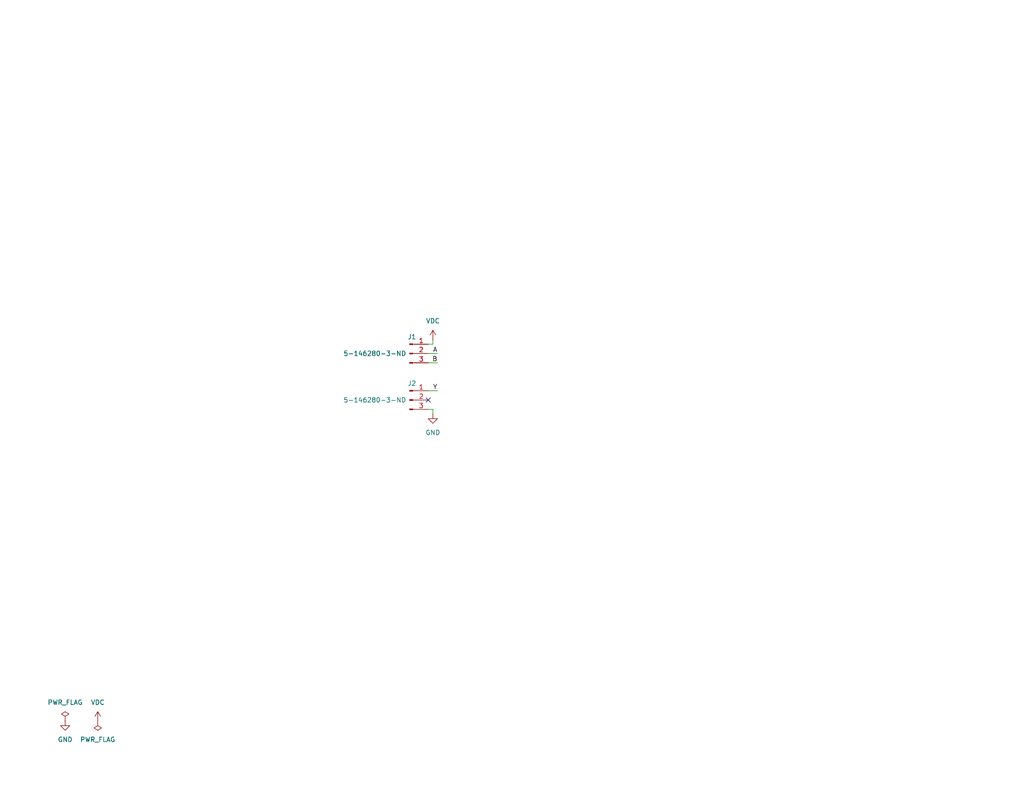
<source format=kicad_sch>
(kicad_sch
	(version 20250114)
	(generator "eeschema")
	(generator_version "9.0")
	(uuid "25fa83cc-4770-4c7f-8212-98fcdf871dd7")
	(paper "USLetter")
	(title_block
		(title "NOR")
		(date "2025-03-26")
		(rev "1")
	)
	(lib_symbols
		(symbol "Connector:Conn_01x03_Pin"
			(pin_names
				(offset 1.016)
				(hide yes)
			)
			(exclude_from_sim no)
			(in_bom yes)
			(on_board yes)
			(property "Reference" "J"
				(at 0 5.08 0)
				(effects
					(font
						(size 1.27 1.27)
					)
				)
			)
			(property "Value" "Conn_01x03_Pin"
				(at 0 -5.08 0)
				(effects
					(font
						(size 1.27 1.27)
					)
				)
			)
			(property "Footprint" ""
				(at 0 0 0)
				(effects
					(font
						(size 1.27 1.27)
					)
					(hide yes)
				)
			)
			(property "Datasheet" "~"
				(at 0 0 0)
				(effects
					(font
						(size 1.27 1.27)
					)
					(hide yes)
				)
			)
			(property "Description" "Generic connector, single row, 01x03, script generated"
				(at 0 0 0)
				(effects
					(font
						(size 1.27 1.27)
					)
					(hide yes)
				)
			)
			(property "ki_locked" ""
				(at 0 0 0)
				(effects
					(font
						(size 1.27 1.27)
					)
				)
			)
			(property "ki_keywords" "connector"
				(at 0 0 0)
				(effects
					(font
						(size 1.27 1.27)
					)
					(hide yes)
				)
			)
			(property "ki_fp_filters" "Connector*:*_1x??_*"
				(at 0 0 0)
				(effects
					(font
						(size 1.27 1.27)
					)
					(hide yes)
				)
			)
			(symbol "Conn_01x03_Pin_1_1"
				(rectangle
					(start 0.8636 2.667)
					(end 0 2.413)
					(stroke
						(width 0.1524)
						(type default)
					)
					(fill
						(type outline)
					)
				)
				(rectangle
					(start 0.8636 0.127)
					(end 0 -0.127)
					(stroke
						(width 0.1524)
						(type default)
					)
					(fill
						(type outline)
					)
				)
				(rectangle
					(start 0.8636 -2.413)
					(end 0 -2.667)
					(stroke
						(width 0.1524)
						(type default)
					)
					(fill
						(type outline)
					)
				)
				(polyline
					(pts
						(xy 1.27 2.54) (xy 0.8636 2.54)
					)
					(stroke
						(width 0.1524)
						(type default)
					)
					(fill
						(type none)
					)
				)
				(polyline
					(pts
						(xy 1.27 0) (xy 0.8636 0)
					)
					(stroke
						(width 0.1524)
						(type default)
					)
					(fill
						(type none)
					)
				)
				(polyline
					(pts
						(xy 1.27 -2.54) (xy 0.8636 -2.54)
					)
					(stroke
						(width 0.1524)
						(type default)
					)
					(fill
						(type none)
					)
				)
				(pin passive line
					(at 5.08 2.54 180)
					(length 3.81)
					(name "Pin_1"
						(effects
							(font
								(size 1.27 1.27)
							)
						)
					)
					(number "1"
						(effects
							(font
								(size 1.27 1.27)
							)
						)
					)
				)
				(pin passive line
					(at 5.08 0 180)
					(length 3.81)
					(name "Pin_2"
						(effects
							(font
								(size 1.27 1.27)
							)
						)
					)
					(number "2"
						(effects
							(font
								(size 1.27 1.27)
							)
						)
					)
				)
				(pin passive line
					(at 5.08 -2.54 180)
					(length 3.81)
					(name "Pin_3"
						(effects
							(font
								(size 1.27 1.27)
							)
						)
					)
					(number "3"
						(effects
							(font
								(size 1.27 1.27)
							)
						)
					)
				)
			)
			(embedded_fonts no)
		)
		(symbol "power:GND"
			(power)
			(pin_numbers
				(hide yes)
			)
			(pin_names
				(offset 0)
				(hide yes)
			)
			(exclude_from_sim no)
			(in_bom yes)
			(on_board yes)
			(property "Reference" "#PWR"
				(at 0 -6.35 0)
				(effects
					(font
						(size 1.27 1.27)
					)
					(hide yes)
				)
			)
			(property "Value" "GND"
				(at 0 -3.81 0)
				(effects
					(font
						(size 1.27 1.27)
					)
				)
			)
			(property "Footprint" ""
				(at 0 0 0)
				(effects
					(font
						(size 1.27 1.27)
					)
					(hide yes)
				)
			)
			(property "Datasheet" ""
				(at 0 0 0)
				(effects
					(font
						(size 1.27 1.27)
					)
					(hide yes)
				)
			)
			(property "Description" "Power symbol creates a global label with name \"GND\" , ground"
				(at 0 0 0)
				(effects
					(font
						(size 1.27 1.27)
					)
					(hide yes)
				)
			)
			(property "ki_keywords" "global power"
				(at 0 0 0)
				(effects
					(font
						(size 1.27 1.27)
					)
					(hide yes)
				)
			)
			(symbol "GND_0_1"
				(polyline
					(pts
						(xy 0 0) (xy 0 -1.27) (xy 1.27 -1.27) (xy 0 -2.54) (xy -1.27 -1.27) (xy 0 -1.27)
					)
					(stroke
						(width 0)
						(type default)
					)
					(fill
						(type none)
					)
				)
			)
			(symbol "GND_1_1"
				(pin power_in line
					(at 0 0 270)
					(length 0)
					(name "~"
						(effects
							(font
								(size 1.27 1.27)
							)
						)
					)
					(number "1"
						(effects
							(font
								(size 1.27 1.27)
							)
						)
					)
				)
			)
			(embedded_fonts no)
		)
		(symbol "power:PWR_FLAG"
			(power)
			(pin_numbers
				(hide yes)
			)
			(pin_names
				(offset 0)
				(hide yes)
			)
			(exclude_from_sim no)
			(in_bom yes)
			(on_board yes)
			(property "Reference" "#FLG"
				(at 0 1.905 0)
				(effects
					(font
						(size 1.27 1.27)
					)
					(hide yes)
				)
			)
			(property "Value" "PWR_FLAG"
				(at 0 3.81 0)
				(effects
					(font
						(size 1.27 1.27)
					)
				)
			)
			(property "Footprint" ""
				(at 0 0 0)
				(effects
					(font
						(size 1.27 1.27)
					)
					(hide yes)
				)
			)
			(property "Datasheet" "~"
				(at 0 0 0)
				(effects
					(font
						(size 1.27 1.27)
					)
					(hide yes)
				)
			)
			(property "Description" "Special symbol for telling ERC where power comes from"
				(at 0 0 0)
				(effects
					(font
						(size 1.27 1.27)
					)
					(hide yes)
				)
			)
			(property "ki_keywords" "flag power"
				(at 0 0 0)
				(effects
					(font
						(size 1.27 1.27)
					)
					(hide yes)
				)
			)
			(symbol "PWR_FLAG_0_0"
				(pin power_out line
					(at 0 0 90)
					(length 0)
					(name "~"
						(effects
							(font
								(size 1.27 1.27)
							)
						)
					)
					(number "1"
						(effects
							(font
								(size 1.27 1.27)
							)
						)
					)
				)
			)
			(symbol "PWR_FLAG_0_1"
				(polyline
					(pts
						(xy 0 0) (xy 0 1.27) (xy -1.016 1.905) (xy 0 2.54) (xy 1.016 1.905) (xy 0 1.27)
					)
					(stroke
						(width 0)
						(type default)
					)
					(fill
						(type none)
					)
				)
			)
			(embedded_fonts no)
		)
		(symbol "power:VDC"
			(power)
			(pin_numbers
				(hide yes)
			)
			(pin_names
				(offset 0)
				(hide yes)
			)
			(exclude_from_sim no)
			(in_bom yes)
			(on_board yes)
			(property "Reference" "#PWR"
				(at 0 -3.81 0)
				(effects
					(font
						(size 1.27 1.27)
					)
					(hide yes)
				)
			)
			(property "Value" "VDC"
				(at 0 3.556 0)
				(effects
					(font
						(size 1.27 1.27)
					)
				)
			)
			(property "Footprint" ""
				(at 0 0 0)
				(effects
					(font
						(size 1.27 1.27)
					)
					(hide yes)
				)
			)
			(property "Datasheet" ""
				(at 0 0 0)
				(effects
					(font
						(size 1.27 1.27)
					)
					(hide yes)
				)
			)
			(property "Description" "Power symbol creates a global label with name \"VDC\""
				(at 0 0 0)
				(effects
					(font
						(size 1.27 1.27)
					)
					(hide yes)
				)
			)
			(property "ki_keywords" "global power"
				(at 0 0 0)
				(effects
					(font
						(size 1.27 1.27)
					)
					(hide yes)
				)
			)
			(symbol "VDC_0_1"
				(polyline
					(pts
						(xy -0.762 1.27) (xy 0 2.54)
					)
					(stroke
						(width 0)
						(type default)
					)
					(fill
						(type none)
					)
				)
				(polyline
					(pts
						(xy 0 2.54) (xy 0.762 1.27)
					)
					(stroke
						(width 0)
						(type default)
					)
					(fill
						(type none)
					)
				)
				(polyline
					(pts
						(xy 0 0) (xy 0 2.54)
					)
					(stroke
						(width 0)
						(type default)
					)
					(fill
						(type none)
					)
				)
			)
			(symbol "VDC_1_1"
				(pin power_in line
					(at 0 0 90)
					(length 0)
					(name "~"
						(effects
							(font
								(size 1.27 1.27)
							)
						)
					)
					(number "1"
						(effects
							(font
								(size 1.27 1.27)
							)
						)
					)
				)
			)
			(embedded_fonts no)
		)
	)
	(no_connect
		(at 116.84 109.22)
		(uuid "54c36f18-f9e1-404d-89c4-3dd6b3b94e7e")
	)
	(wire
		(pts
			(xy 116.84 106.68) (xy 119.38 106.68)
		)
		(stroke
			(width 0)
			(type default)
		)
		(uuid "25cf89b6-35ff-4202-9000-3bd4e3927b96")
	)
	(wire
		(pts
			(xy 116.84 93.98) (xy 118.11 93.98)
		)
		(stroke
			(width 0)
			(type default)
		)
		(uuid "72d8eead-c3a1-4c1a-a836-fcffb41ca2e5")
	)
	(wire
		(pts
			(xy 118.11 111.76) (xy 118.11 113.03)
		)
		(stroke
			(width 0)
			(type default)
		)
		(uuid "79725fe9-1f02-4863-b834-371171cb2a95")
	)
	(wire
		(pts
			(xy 116.84 96.52) (xy 119.38 96.52)
		)
		(stroke
			(width 0)
			(type default)
		)
		(uuid "8c7c450f-5350-41a9-bb5d-da123e89baa3")
	)
	(wire
		(pts
			(xy 118.11 93.98) (xy 118.11 92.71)
		)
		(stroke
			(width 0)
			(type default)
		)
		(uuid "8d0eeb6f-e293-473c-b272-c6e24bf0522a")
	)
	(wire
		(pts
			(xy 116.84 99.06) (xy 119.38 99.06)
		)
		(stroke
			(width 0)
			(type default)
		)
		(uuid "be6236a7-6968-4678-bb68-825abb3e7477")
	)
	(wire
		(pts
			(xy 116.84 111.76) (xy 118.11 111.76)
		)
		(stroke
			(width 0)
			(type default)
		)
		(uuid "db91984c-0b90-4dfb-a2e8-2c897534f3a2")
	)
	(label "Y"
		(at 119.38 106.68 180)
		(effects
			(font
				(size 1.27 1.27)
			)
			(justify right bottom)
		)
		(uuid "25c9be3d-d365-44b0-8ff0-70f75ad01247")
	)
	(label "B"
		(at 119.38 99.06 180)
		(effects
			(font
				(size 1.27 1.27)
			)
			(justify right bottom)
		)
		(uuid "9aedea86-f215-462d-bbf5-d2d18351f27b")
	)
	(label "A"
		(at 119.38 96.52 180)
		(effects
			(font
				(size 1.27 1.27)
			)
			(justify right bottom)
		)
		(uuid "e426a4ff-e47f-4e25-82cf-11aad0521c5f")
	)
	(symbol
		(lib_id "power:GND")
		(at 17.78 196.85 0)
		(unit 1)
		(exclude_from_sim no)
		(in_bom yes)
		(on_board yes)
		(dnp no)
		(fields_autoplaced yes)
		(uuid "0c778047-cda1-4a44-964f-aa8072cfd3ad")
		(property "Reference" "#PWR01"
			(at 17.78 203.2 0)
			(effects
				(font
					(size 1.27 1.27)
				)
				(hide yes)
			)
		)
		(property "Value" "GND"
			(at 17.78 201.93 0)
			(effects
				(font
					(size 1.27 1.27)
				)
			)
		)
		(property "Footprint" ""
			(at 17.78 196.85 0)
			(effects
				(font
					(size 1.27 1.27)
				)
				(hide yes)
			)
		)
		(property "Datasheet" ""
			(at 17.78 196.85 0)
			(effects
				(font
					(size 1.27 1.27)
				)
				(hide yes)
			)
		)
		(property "Description" "Power symbol creates a global label with name \"GND\" , ground"
			(at 17.78 196.85 0)
			(effects
				(font
					(size 1.27 1.27)
				)
				(hide yes)
			)
		)
		(pin "1"
			(uuid "cb3a44a7-5795-40de-909e-6b768e9db5ed")
		)
		(instances
			(project ""
				(path "/25fa83cc-4770-4c7f-8212-98fcdf871dd7"
					(reference "#PWR01")
					(unit 1)
				)
			)
		)
	)
	(symbol
		(lib_id "power:VDC")
		(at 118.11 92.71 0)
		(unit 1)
		(exclude_from_sim no)
		(in_bom yes)
		(on_board yes)
		(dnp no)
		(fields_autoplaced yes)
		(uuid "149515ee-c9d9-44d6-9b93-ebdd0984410d")
		(property "Reference" "#PWR03"
			(at 118.11 96.52 0)
			(effects
				(font
					(size 1.27 1.27)
				)
				(hide yes)
			)
		)
		(property "Value" "VDC"
			(at 118.11 87.63 0)
			(effects
				(font
					(size 1.27 1.27)
				)
			)
		)
		(property "Footprint" ""
			(at 118.11 92.71 0)
			(effects
				(font
					(size 1.27 1.27)
				)
				(hide yes)
			)
		)
		(property "Datasheet" ""
			(at 118.11 92.71 0)
			(effects
				(font
					(size 1.27 1.27)
				)
				(hide yes)
			)
		)
		(property "Description" "Power symbol creates a global label with name \"VDC\""
			(at 118.11 92.71 0)
			(effects
				(font
					(size 1.27 1.27)
				)
				(hide yes)
			)
		)
		(pin "1"
			(uuid "8fb06ceb-8122-4ed6-bd24-725e5c3b7dba")
		)
		(instances
			(project "NOR"
				(path "/25fa83cc-4770-4c7f-8212-98fcdf871dd7"
					(reference "#PWR03")
					(unit 1)
				)
			)
		)
	)
	(symbol
		(lib_id "power:GND")
		(at 118.11 113.03 0)
		(unit 1)
		(exclude_from_sim no)
		(in_bom yes)
		(on_board yes)
		(dnp no)
		(fields_autoplaced yes)
		(uuid "43626e90-af4e-4501-b308-9ab9ec30e6eb")
		(property "Reference" "#PWR04"
			(at 118.11 119.38 0)
			(effects
				(font
					(size 1.27 1.27)
				)
				(hide yes)
			)
		)
		(property "Value" "GND"
			(at 118.11 118.11 0)
			(effects
				(font
					(size 1.27 1.27)
				)
			)
		)
		(property "Footprint" ""
			(at 118.11 113.03 0)
			(effects
				(font
					(size 1.27 1.27)
				)
				(hide yes)
			)
		)
		(property "Datasheet" ""
			(at 118.11 113.03 0)
			(effects
				(font
					(size 1.27 1.27)
				)
				(hide yes)
			)
		)
		(property "Description" "Power symbol creates a global label with name \"GND\" , ground"
			(at 118.11 113.03 0)
			(effects
				(font
					(size 1.27 1.27)
				)
				(hide yes)
			)
		)
		(pin "1"
			(uuid "c7b12e6f-c187-4857-aca4-20b8a8856398")
		)
		(instances
			(project "NOR"
				(path "/25fa83cc-4770-4c7f-8212-98fcdf871dd7"
					(reference "#PWR04")
					(unit 1)
				)
			)
		)
	)
	(symbol
		(lib_id "power:PWR_FLAG")
		(at 26.67 196.85 180)
		(unit 1)
		(exclude_from_sim no)
		(in_bom yes)
		(on_board yes)
		(dnp no)
		(fields_autoplaced yes)
		(uuid "73ead60b-9bb0-4315-afde-b46ce3cd7a5c")
		(property "Reference" "#FLG02"
			(at 26.67 198.755 0)
			(effects
				(font
					(size 1.27 1.27)
				)
				(hide yes)
			)
		)
		(property "Value" "PWR_FLAG"
			(at 26.67 201.93 0)
			(effects
				(font
					(size 1.27 1.27)
				)
			)
		)
		(property "Footprint" ""
			(at 26.67 196.85 0)
			(effects
				(font
					(size 1.27 1.27)
				)
				(hide yes)
			)
		)
		(property "Datasheet" "~"
			(at 26.67 196.85 0)
			(effects
				(font
					(size 1.27 1.27)
				)
				(hide yes)
			)
		)
		(property "Description" "Special symbol for telling ERC where power comes from"
			(at 26.67 196.85 0)
			(effects
				(font
					(size 1.27 1.27)
				)
				(hide yes)
			)
		)
		(pin "1"
			(uuid "1373b75a-55fa-49ff-8091-3335bc58fb1a")
		)
		(instances
			(project ""
				(path "/25fa83cc-4770-4c7f-8212-98fcdf871dd7"
					(reference "#FLG02")
					(unit 1)
				)
			)
		)
	)
	(symbol
		(lib_id "power:PWR_FLAG")
		(at 17.78 196.85 0)
		(unit 1)
		(exclude_from_sim no)
		(in_bom yes)
		(on_board yes)
		(dnp no)
		(fields_autoplaced yes)
		(uuid "85f8903a-5da1-4208-b567-f6932c2512a3")
		(property "Reference" "#FLG01"
			(at 17.78 194.945 0)
			(effects
				(font
					(size 1.27 1.27)
				)
				(hide yes)
			)
		)
		(property "Value" "PWR_FLAG"
			(at 17.78 191.77 0)
			(effects
				(font
					(size 1.27 1.27)
				)
			)
		)
		(property "Footprint" ""
			(at 17.78 196.85 0)
			(effects
				(font
					(size 1.27 1.27)
				)
				(hide yes)
			)
		)
		(property "Datasheet" "~"
			(at 17.78 196.85 0)
			(effects
				(font
					(size 1.27 1.27)
				)
				(hide yes)
			)
		)
		(property "Description" "Special symbol for telling ERC where power comes from"
			(at 17.78 196.85 0)
			(effects
				(font
					(size 1.27 1.27)
				)
				(hide yes)
			)
		)
		(pin "1"
			(uuid "77dd4d3e-c212-4613-b13f-77e570d76f0a")
		)
		(instances
			(project ""
				(path "/25fa83cc-4770-4c7f-8212-98fcdf871dd7"
					(reference "#FLG01")
					(unit 1)
				)
			)
		)
	)
	(symbol
		(lib_id "Connector:Conn_01x03_Pin")
		(at 111.76 96.52 0)
		(unit 1)
		(exclude_from_sim no)
		(in_bom yes)
		(on_board yes)
		(dnp no)
		(uuid "b94c26e0-a891-48c4-9082-abb13f8dcc01")
		(property "Reference" "J1"
			(at 112.395 92.71 0)
			(effects
				(font
					(size 1.27 1.27)
				)
				(justify bottom)
			)
		)
		(property "Value" "5-146280-3-ND"
			(at 110.871 96.52 0)
			(effects
				(font
					(size 1.27 1.27)
				)
				(justify right)
			)
		)
		(property "Footprint" "Logic:PinHeader_1x03_P2.54mm_Vertical_Top"
			(at 111.76 96.52 0)
			(effects
				(font
					(size 1.27 1.27)
				)
				(hide yes)
			)
		)
		(property "Datasheet" "https://www.te.com/usa-en/product-5-146280-3.datasheet.pdf"
			(at 111.76 96.52 0)
			(effects
				(font
					(size 1.27 1.27)
				)
				(hide yes)
			)
		)
		(property "Description" "Connector Header Through Hole 3 position 0.100\" (2.54mm)"
			(at 111.76 96.52 0)
			(effects
				(font
					(size 1.27 1.27)
				)
				(hide yes)
			)
		)
		(pin "3"
			(uuid "3013ae4e-8171-4a2a-9f8a-f434effe6527")
		)
		(pin "1"
			(uuid "9b411202-e04f-4546-b487-5f74dbc5d0e4")
		)
		(pin "2"
			(uuid "fd880e2b-f58f-4efa-9543-7000108d35f0")
		)
		(instances
			(project ""
				(path "/25fa83cc-4770-4c7f-8212-98fcdf871dd7"
					(reference "J1")
					(unit 1)
				)
			)
		)
	)
	(symbol
		(lib_id "Connector:Conn_01x03_Pin")
		(at 111.76 109.22 0)
		(unit 1)
		(exclude_from_sim no)
		(in_bom yes)
		(on_board yes)
		(dnp no)
		(uuid "ba0d94aa-cd86-45a1-87db-a5634104f919")
		(property "Reference" "J2"
			(at 112.395 105.41 0)
			(effects
				(font
					(size 1.27 1.27)
				)
				(justify bottom)
			)
		)
		(property "Value" "5-146280-3-ND"
			(at 110.871 109.22 0)
			(effects
				(font
					(size 1.27 1.27)
				)
				(justify right)
			)
		)
		(property "Footprint" "Logic:PinHeader_1x03_P2.54mm_Vertical_Top"
			(at 111.76 109.22 0)
			(effects
				(font
					(size 1.27 1.27)
				)
				(hide yes)
			)
		)
		(property "Datasheet" "https://www.te.com/usa-en/product-5-146280-3.datasheet.pdf"
			(at 111.76 109.22 0)
			(effects
				(font
					(size 1.27 1.27)
				)
				(hide yes)
			)
		)
		(property "Description" "Connector Header Through Hole 3 position 0.100\" (2.54mm)"
			(at 111.76 109.22 0)
			(effects
				(font
					(size 1.27 1.27)
				)
				(hide yes)
			)
		)
		(pin "3"
			(uuid "b1a45cfe-2e0e-4852-8a91-9dac908c8667")
		)
		(pin "1"
			(uuid "d36a1805-65f1-4e7f-906f-120191d8cfac")
		)
		(pin "2"
			(uuid "1a09ce85-6c47-4e2d-8a55-4fc2cc1cfab5")
		)
		(instances
			(project "NOR"
				(path "/25fa83cc-4770-4c7f-8212-98fcdf871dd7"
					(reference "J2")
					(unit 1)
				)
			)
		)
	)
	(symbol
		(lib_id "power:VDC")
		(at 26.67 196.85 0)
		(unit 1)
		(exclude_from_sim no)
		(in_bom yes)
		(on_board yes)
		(dnp no)
		(fields_autoplaced yes)
		(uuid "cf8396fb-27ce-4bf2-bd19-1302467a1f1b")
		(property "Reference" "#PWR02"
			(at 26.67 200.66 0)
			(effects
				(font
					(size 1.27 1.27)
				)
				(hide yes)
			)
		)
		(property "Value" "VDC"
			(at 26.67 191.77 0)
			(effects
				(font
					(size 1.27 1.27)
				)
			)
		)
		(property "Footprint" ""
			(at 26.67 196.85 0)
			(effects
				(font
					(size 1.27 1.27)
				)
				(hide yes)
			)
		)
		(property "Datasheet" ""
			(at 26.67 196.85 0)
			(effects
				(font
					(size 1.27 1.27)
				)
				(hide yes)
			)
		)
		(property "Description" "Power symbol creates a global label with name \"VDC\""
			(at 26.67 196.85 0)
			(effects
				(font
					(size 1.27 1.27)
				)
				(hide yes)
			)
		)
		(pin "1"
			(uuid "fb57078a-45f9-4ad9-8dd1-a068d8fab9ce")
		)
		(instances
			(project ""
				(path "/25fa83cc-4770-4c7f-8212-98fcdf871dd7"
					(reference "#PWR02")
					(unit 1)
				)
			)
		)
	)
	(sheet_instances
		(path "/"
			(page "1")
		)
	)
	(embedded_fonts no)
	(embedded_files
		(file
			(name "Simple Sheet.kicad_wks")
			(type worksheet)
			(data |KLUv/WC4BaUQAIYZUCEAtXNqxYqxts+uRjYlx9oACzQpZkWEvYeYDir//y5VMAFEAEAARwByvtLN
				3cBMa/irsGnJc9qjIq70ixVmzXOJhj3ijv+AmsP4AwLVtU09znyfX9vb5cqb+CpxyevV0vByKD70
				iDLe1lFPDJfrtV1/l5eUp7Mfd/6a9pnT9yrI3o16VwZB28VX1697leMrzErMyznfd+swvqKoM7jV
				+O74grbbch/bnA29sQqHIxKnzMJoZLJLpaKZBl9wb417L+lyV+5O0tAOQR3s+mSQLuyS4zg5q0J8
				V6uZx66H9kNN6j3i5hqTBey6xEij21XaG3/4BoBAdbikQlGwDBBGJHtoDuro6Lc1PcKSM3tYNMvX
				1HJNj76ZOZVpGQSEk8DT3ht4reaXP9tEISclmzAmJVrxPssZrohEq2iYjBJiisIKWaARtXNqaCYo
				SAqS1gxgRIRGqQ4Q4AMibRdJTanNodpbaIC9xhamdoRaKkUw+x4DSta4qKIFtLU4bMUtnK5c5IzR
				HxDEKhCDcwc5ILZVEfITW2yY31UrxTphpduqdM/KkvVdD8An23xb84PRC5yFcbxCD6I4GTxIMTSW
				2UFz3Mt4n4/AZc6JGkaHBFqOvs/e2C2LsGUFmeM98Q9AHCqDFqsdYREJbgftSsELZBdZc2HACAHI
				IDdDZgOULjeFowqNEnMM+iJ+ed/WQnvCubWrogI=|
			)
			(checksum "9B4265E182DB3D4F6F8CDBC1FE03B1AD")
		)
	)
)

</source>
